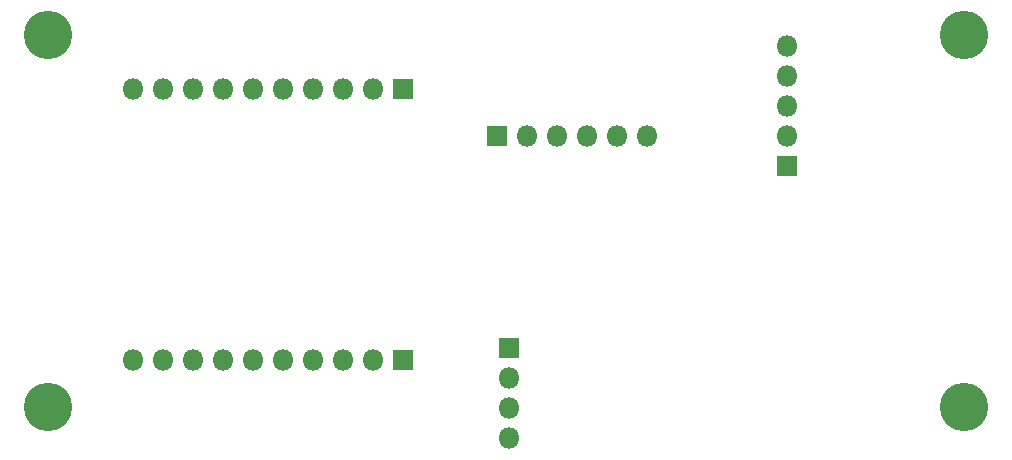
<source format=gbr>
%TF.GenerationSoftware,KiCad,Pcbnew,(5.1.6)-1*%
%TF.CreationDate,2021-07-17T16:45:05+03:00*%
%TF.ProjectId,gotek_ctrl,676f7465-6b5f-4637-9472-6c2e6b696361,rev?*%
%TF.SameCoordinates,Original*%
%TF.FileFunction,Soldermask,Bot*%
%TF.FilePolarity,Negative*%
%FSLAX46Y46*%
G04 Gerber Fmt 4.6, Leading zero omitted, Abs format (unit mm)*
G04 Created by KiCad (PCBNEW (5.1.6)-1) date 2021-07-17 16:45:05*
%MOMM*%
%LPD*%
G01*
G04 APERTURE LIST*
%ADD10C,4.100000*%
%ADD11O,1.800000X1.800000*%
%ADD12R,1.800000X1.800000*%
G04 APERTURE END LIST*
D10*
%TO.C,HoleSW*%
X118000000Y-90000000D03*
%TD*%
%TO.C,HoleSE*%
X195500000Y-90000000D03*
%TD*%
%TO.C,HoleNE*%
X195500000Y-58500000D03*
%TD*%
%TO.C,HoleNW*%
X118000000Y-58500000D03*
%TD*%
D11*
%TO.C,*%
X168700000Y-67000000D03*
X166160000Y-67000000D03*
X163620000Y-67000000D03*
X161080000Y-67000000D03*
X158540000Y-67000000D03*
D12*
X156000000Y-67000000D03*
%TD*%
D11*
%TO.C,*%
X180500000Y-59420000D03*
X180500000Y-61960000D03*
X180500000Y-64500000D03*
X180500000Y-67040000D03*
D12*
X180500000Y-69580000D03*
%TD*%
%TO.C,right side*%
X148000000Y-86000000D03*
D11*
X145460000Y-86000000D03*
X142920000Y-86000000D03*
X140380000Y-86000000D03*
X137840000Y-86000000D03*
X135300000Y-86000000D03*
X132760000Y-86000000D03*
X130220000Y-86000000D03*
X127680000Y-86000000D03*
X125140000Y-86000000D03*
%TD*%
%TO.C,left side*%
X125140000Y-63000000D03*
X127680000Y-63000000D03*
X130220000Y-63000000D03*
X132760000Y-63000000D03*
X135300000Y-63000000D03*
X137840000Y-63000000D03*
X140380000Y-63000000D03*
X142920000Y-63000000D03*
X145460000Y-63000000D03*
D12*
X148000000Y-63000000D03*
%TD*%
%TO.C,OLED_128x32*%
X157000000Y-85000000D03*
D11*
X157000000Y-87540000D03*
X157000000Y-90080000D03*
X157000000Y-92620000D03*
%TD*%
M02*

</source>
